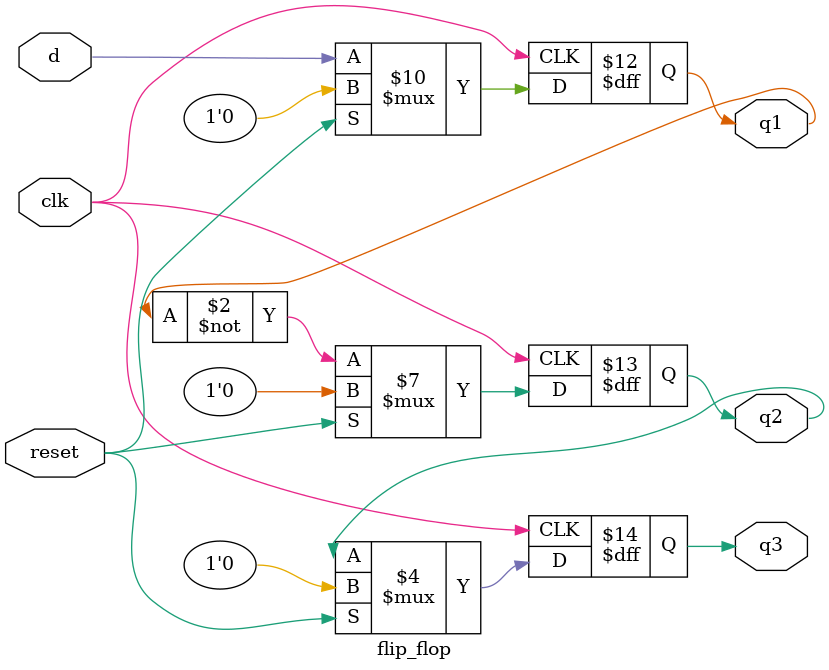
<source format=sv>
module flip_flop(
    input logic d,
    input logic clk,
    input logic reset,
    output logic q1,q2,q3
);
    // first flip flop 
    always_ff @( posedge clk ) begin 
        if (reset) begin
            q1 <= #1 0;
            q2 <= #1 0;
            q3 <= #1 0;
        end
        else begin
            q1 <= #1 d;
            q2 <= #1 ~q1;
            q3 <= #1 q2;
        end
    end
endmodule

</source>
